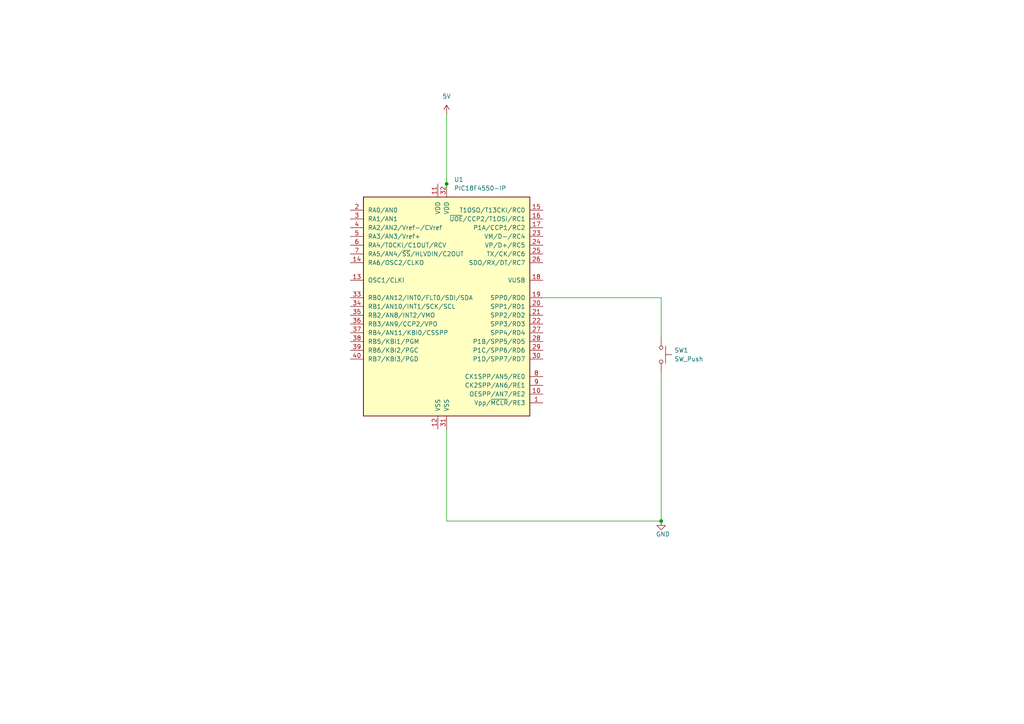
<source format=kicad_sch>
(kicad_sch (version 20250114) (generator "eeschema") (generator_version "9.0")
  (paper "A4")
  (lib_symbols
    (symbol "MCU_Microchip_PIC18:PIC18F4550-IP" (pin_names (offset 1.27))
      (property "Reference" "U" (at -22.86 33.02 0))
      (property "Value" "PIC18F4550-IP" (at 13.97 -33.02 0))
      (symbol "PIC18F4550-IP_0_1"
        (rectangle (start -24.13 31.75) (end 24.13 -31.75) (stroke (width 0.254)) (fill (type background)))
      )
      (symbol "PIC18F4550-IP_1_1"
        (pin bidirectional line (at -27.94 27.94 0) (length 3.81) (name "RA0/AN0") (number "2"))
        (pin bidirectional line (at -27.94 25.4 0) (length 3.81) (name "RA1/AN1") (number "3"))
        (pin bidirectional line (at -27.94 22.86 0) (length 3.81) (name "RA2/AN2/Vref-/CVref") (number "4"))
        (pin bidirectional line (at -27.94 20.32 0) (length 3.81) (name "RA3/AN3/Vref+") (number "5"))
        (pin bidirectional line (at -27.94 17.78 0) (length 3.81) (name "RA4/T0CKI/C1OUT/RCV") (number "6"))
        (pin bidirectional line (at -27.94 15.24 0) (length 3.81) (name "RA5/AN4/~{SS}/HLVDIN/C2OUT") (number "7"))
        (pin output line (at -27.94 12.7 0) (length 3.81) (name "RA6/OSC2/CLKO") (number "14"))
        (pin input line (at -27.94 7.62 0) (length 3.81) (name "OSC1/CLKI") (number "13"))
        (pin bidirectional line (at -27.94 2.54 0) (length 3.81) (name "RB0/AN12/INT0/FLT0/SDI/SDA") (number "33"))
        (pin bidirectional line (at -27.94 0 0) (length 3.81) (name "RB1/AN10/INT1/SCK/SCL") (number "34"))
        (pin bidirectional line (at -27.94 -2.54 0) (length 3.81) (name "RB2/AN8/INT2/VMO") (number "35"))
        (pin bidirectional line (at -27.94 -5.08 0) (length 3.81) (name "RB3/AN9/CCP2/VPO") (number "36"))
        (pin bidirectional line (at -27.94 -7.62 0) (length 3.81) (name "RB4/AN11/KBI0/CSSPP") (number "37"))
        (pin bidirectional line (at -27.94 -10.16 0) (length 3.81) (name "RB5/KBI1/PGM") (number "38"))
        (pin bidirectional line (at -27.94 -12.7 0) (length 3.81) (name "RB6/KBI2/PGC") (number "39"))
        (pin bidirectional line (at -27.94 -15.24 0) (length 3.81) (name "RB7/KBI3/PGD") (number "40"))
        (pin power_in line (at -2.54 35.56 270) (length 3.81) (name "VDD") (number "11"))
        (pin power_in line (at -2.54 -35.56 90) (length 3.81) (name "VSS") (number "12"))
        (pin power_in line (at 0 35.56 270) (length 3.81) (name "VDD") (number "32"))
        (pin power_in line (at 0 -35.56 90) (length 3.81) (name "VSS") (number "31"))
        (pin bidirectional line (at 27.94 27.94 180) (length 3.81) (name "T1OSO/T13CKI/RC0") (number "15"))
        (pin bidirectional line (at 27.94 25.4 180) (length 3.81) (name "~{UOE}/CCP2/T1OSI/RC1") (number "16"))
        (pin bidirectional line (at 27.94 22.86 180) (length 3.81) (name "P1A/CCP1/RC2") (number "17"))
        (pin bidirectional line (at 27.94 20.32 180) (length 3.81) (name "VM/D-/RC4") (number "23"))
        (pin bidirectional line (at 27.94 17.78 180) (length 3.81) (name "VP/D+/RC5") (number "24"))
        (pin bidirectional line (at 27.94 15.24 180) (length 3.81) (name "TX/CK/RC6") (number "25"))
        (pin bidirectional line (at 27.94 12.7 180) (length 3.81) (name "SDO/RX/DT/RC7") (number "26"))
        (pin bidirectional line (at 27.94 7.62 180) (length 3.81) (name "VUSB") (number "18"))
        (pin bidirectional line (at 27.94 2.54 180) (length 3.81) (name "SPP0/RD0") (number "19"))
        (pin bidirectional line (at 27.94 0 180) (length 3.81) (name "SPP1/RD1") (number "20"))
        (pin bidirectional line (at 27.94 -2.54 180) (length 3.81) (name "SPP2/RD2") (number "21"))
        (pin bidirectional line (at 27.94 -5.08 180) (length 3.81) (name "SPP3/RD3") (number "22"))
        (pin bidirectional line (at 27.94 -7.62 180) (length 3.81) (name "SPP4/RD4") (number "27"))
        (pin bidirectional line (at 27.94 -10.16 180) (length 3.81) (name "P1B/SPP5/RD5") (number "28"))
        (pin bidirectional line (at 27.94 -12.7 180) (length 3.81) (name "P1C/SPP6/RD6") (number "29"))
        (pin bidirectional line (at 27.94 -15.24 180) (length 3.81) (name "P1D/SPP7/RD7") (number "30"))
        (pin bidirectional line (at 27.94 -20.32 180) (length 3.81) (name "CK1SPP/AN5/RE0") (number "8"))
        (pin bidirectional line (at 27.94 -22.86 180) (length 3.81) (name "CK2SPP/AN6/RE1") (number "9"))
        (pin bidirectional line (at 27.94 -25.4 180) (length 3.81) (name "OESPP/AN7/RE2") (number "10"))
        (pin input line (at 27.94 -27.94 180) (length 3.81) (name "Vpp/~{MCLR}/RE3") (number "1"))
      )
    )
    (symbol "Switch:SW_Push" (pin_numbers (hide yes)) (pin_names (offset 1.016) (hide yes))
      (property "Reference" "SW" (at 1.27 2.54 0))
      (property "Value" "SW_Push" (at 0 -1.524 0))
      (symbol "SW_Push_0_1"
        (circle (center -2.032 0) (radius 0.508))
        (polyline (pts (xy 0 1.27) (xy 0 3.048)))
        (circle (center 2.032 0) (radius 0.508))
        (polyline (pts (xy 2.54 1.27) (xy -2.54 1.27)))
        (pin passive line (at -5.08 0 0) (length 2.54) (name "1") (number "1"))
        (pin passive line (at 5.08 0 180) (length 2.54) (name "2") (number "2"))
      )
    )
    (symbol "power:GND" (power) (pin_numbers (hide yes)) (pin_names (offset 0) (hide yes))
      (property "Value" "GND" (at 0 -3.81 0))
      (symbol "GND_0_1"
        (polyline (pts (xy 0 0) (xy 0 -1.27) (xy 1.27 -1.27) (xy 0 -2.54) (xy -1.27 -1.27) (xy 0 -1.27)))
      )
      (symbol "GND_1_1"
        (pin power_in line (at 0 0 270) (length 0) (name "~") (number "1"))
      )
    )
    (symbol "power:VCC" (power) (pin_numbers (hide yes)) (pin_names (offset 0) (hide yes))
      (property "Value" "VCC" (at 0 3.556 0))
      (symbol "VCC_0_1"
        (polyline (pts (xy -0.762 1.27) (xy 0 2.54)))
        (polyline (pts (xy 0 2.54) (xy 0.762 1.27)))
        (polyline (pts (xy 0 0) (xy 0 2.54)))
      )
      (symbol "VCC_1_1"
        (pin power_in line (at 0 0 90) (length 0) (name "~") (number "1"))
      )
    )
  )
  (junction (at 129.54 53.34))
  (junction (at 191.77 151.13))
  (wire (pts (xy 191.77 86.36) (xy 191.77 97.79)))
  (wire (pts (xy 129.54 151.13) (xy 191.77 151.13)))
  (wire (pts (xy 129.54 53.34) (xy 129.54 54.61)))
  (wire (pts (xy 157.48 86.36) (xy 191.77 86.36)))
  (wire (pts (xy 129.54 124.46) (xy 129.54 151.13)))
  (wire (pts (xy 129.54 33.02) (xy 129.54 53.34)))
  (wire (pts (xy 191.77 107.95) (xy 191.77 151.13)))
  (symbol (lib_id "MCU_Microchip_PIC18:PIC18F4550-IP") (at 129.54 88.9 0) (unit 1)
    (property "Reference" "U1" (at 131.6833 52.07 0) (effects (justify left)))
    (property "Value" "PIC18F4550-IP" (at 131.6833 54.61 0) (effects (justify left)))
    (property "Footprint" "Package_DIP:DIP-40_W15.24mm" (effects (hide yes)))
    (property "Datasheet" "http://ww1.microchip.com/downloads/en/DeviceDoc/39760d.pdf" (effects (hide yes)))
    (property "Description" "32K Flash, 2K SRAM, 256 EEPROM, USB, nanoWatt XLP, DIP40" (effects (hide yes)))
  )
  (symbol (lib_id "power:VCC") (at 129.54 33.02 0) (unit 1)
    (property "Reference" "#PWR01" (effects (hide yes)))
    (property "Value" "5V" (at 129.54 27.94 0))
    (property "Description" "Power symbol creates a global label with name \"VCC\"" (effects (hide yes)))
  )
  (symbol (lib_id "power:GND") (at 191.77 151.13 0) (unit 1)
    (property "Reference" "#PWR02" (effects (hide yes)))
    (property "Value" "GND" (at 192.278 154.94 0))
    (property "Description" "Power symbol creates a global label with name \"GND\" , ground" (effects (hide yes)))
  )
  (symbol (lib_id "Switch:SW_Push") (at 191.77 102.87 270) (unit 1)
    (property "Reference" "SW1" (at 195.58 101.5999 90) (effects (justify left)))
    (property "Value" "SW_Push" (at 195.58 104.1399 90) (effects (justify left)))
    (property "Description" "Push button switch, generic, two pins" (effects (hide yes)))
  )
)
</source>
